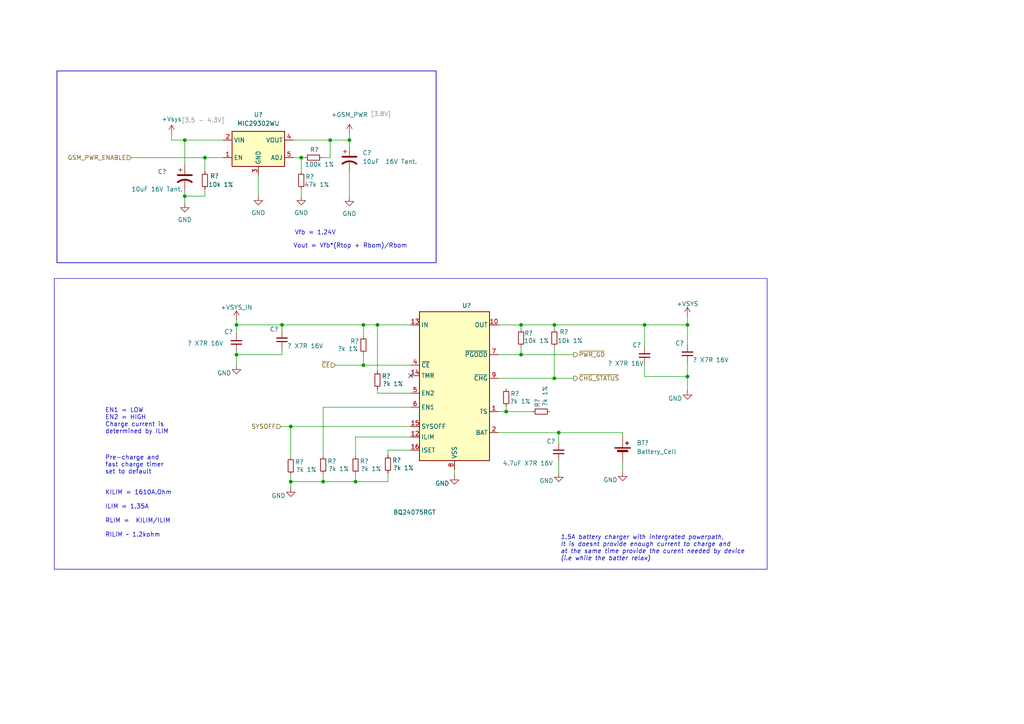
<source format=kicad_sch>
(kicad_sch (version 20231120) (generator "eeschema") (generator_version "8.0")
  (paper "A4")
  (lib_symbols
    (symbol "Battery_Management:BQ24075RGT"
      (property "Reference" "U?" (at 2.1941 18.034 0))
      (property "Value" "BQ24075RGT" (at -15.494 -30.226 0))
      (symbol "BQ24075RGT_0_1"
        (rectangle (start -10.16 16.256) (end 10.16 -26.924) (stroke (width 0.254)) (fill (type background)))
      )
      (symbol "BQ24075RGT_1_1"
        (pin passive line (at 12.7 -12.7 180) (length 2.54) (name "TS") (number "1"))
        (pin power_out line (at 12.7 12.446 180) (length 2.54) (name "OUT") (number "10"))
        (pin passive line (at 12.7 12.446 180) (length 2.54) hide (name "OUT") (number "11"))
        (pin passive line (at -12.7 -20.066 0) (length 2.54) (name "ILIM") (number "12"))
        (pin power_in line (at -12.7 12.446 0) (length 2.54) (name "IN") (number "13"))
        (pin input line (at -12.7 -2.286 0) (length 2.54) (name "TMR") (number "14"))
        (pin input line (at -12.7 -17.018 0) (length 2.54) (name "SYSOFF") (number "15"))
        (pin passive line (at -12.7 -23.876 0) (length 2.54) (name "ISET") (number "16"))
        (pin passive line (at 0 -29.464 90) (length 2.54) hide (name "VSS") (number "17"))
        (pin power_out line (at 12.7 -18.796 180) (length 2.54) (name "BAT") (number "2"))
        (pin passive line (at 12.7 -18.796 180) (length 2.54) hide (name "BAT") (number "3"))
        (pin input line (at -12.7 0.762 0) (length 2.54) (name "~{CE}") (number "4"))
        (pin input line (at -12.7 -7.366 0) (length 2.54) (name "EN2") (number "5"))
        (pin input line (at -12.7 -11.43 0) (length 2.54) (name "EN1") (number "6"))
        (pin open_collector line (at 12.7 3.81 180) (length 2.54) (name "~{PGOOD}") (number "7"))
        (pin power_in line (at 0 -29.464 90) (length 2.54) (name "VSS") (number "8"))
        (pin open_collector line (at 12.7 -3.048 180) (length 2.54) (name "~{CHG}") (number "9"))
      )
    )
    (symbol "Device:Battery_Cell" (pin_numbers hide) (pin_names (offset 0) hide)
      (property "Reference" "BT" (at 2.54 2.54 0))
      (property "Value" "Battery_Cell" (at 2.54 0 0))
      (symbol "Battery_Cell_0_1"
        (rectangle (start -2.286 1.778) (end 2.286 1.524) (fill (type outline)))
        (rectangle (start -1.524 1.016) (end 1.524 0.508) (fill (type outline)))
        (polyline (pts (xy 0 0.762) (xy 0 0)))
        (polyline (pts (xy 0 1.778) (xy 0 2.54)))
        (polyline (pts (xy 0.762 3.048) (xy 1.778 3.048)) (stroke (width 0.254)))
        (polyline (pts (xy 1.27 3.556) (xy 1.27 2.54)) (stroke (width 0.254)))
      )
      (symbol "Battery_Cell_1_1"
        (pin passive line (at 0 5.08 270) (length 2.54) (name "+") (number "1"))
        (pin passive line (at 0 -2.54 90) (length 2.54) (name "-") (number "2"))
      )
    )
    (symbol "Device:C_Polarized_US" (pin_numbers hide) (pin_names (offset 0.254) hide)
      (property "Reference" "C" (at 0.635 2.54 0))
      (property "Value" "C_Polarized_US" (at 0.635 -2.54 0))
      (symbol "C_Polarized_US_0_1"
        (polyline (pts (xy -2.032 0.762) (xy 2.032 0.762)) (stroke (width 0.508)))
        (polyline (pts (xy -1.778 2.286) (xy -0.762 2.286)))
        (polyline (pts (xy -1.27 1.778) (xy -1.27 2.794)))
        (arc (start 2.032 -1.27) (mid 0 -0.5572) (end -2.032 -1.27) (stroke (width 0.508)))
      )
      (symbol "C_Polarized_US_1_1"
        (pin passive line (at 0 3.81 270) (length 2.794) (name "~") (number "1"))
        (pin passive line (at 0 -3.81 90) (length 3.302) (name "~") (number "2"))
      )
    )
    (symbol "Device:C_Small" (pin_numbers hide) (pin_names (offset 0.254) hide)
      (property "Reference" "C" (at 0.254 1.778 0))
      (property "Value" "C_Small" (at 0.254 -2.032 0))
      (symbol "C_Small_0_1"
        (polyline (pts (xy -1.524 -0.508) (xy 1.524 -0.508)) (stroke (width 0.3302)))
        (polyline (pts (xy -1.524 0.508) (xy 1.524 0.508)) (stroke (width 0.3048)))
      )
      (symbol "C_Small_1_1"
        (pin passive line (at 0 2.54 270) (length 2.032) (name "~") (number "1"))
        (pin passive line (at 0 -2.54 90) (length 2.032) (name "~") (number "2"))
      )
    )
    (symbol "Device:R_Small" (pin_numbers hide) (pin_names (offset 0.254) hide)
      (property "Reference" "R" (at 0.762 0.508 0))
      (property "Value" "R_Small" (at 0.762 -1.016 0))
      (symbol "R_Small_0_1"
        (rectangle (start -0.762 1.778) (end 0.762 -1.778) (stroke (width 0.2032)))
      )
      (symbol "R_Small_1_1"
        (pin passive line (at 0 2.54 270) (length 0.762) (name "~") (number "1"))
        (pin passive line (at 0 -2.54 90) (length 0.762) (name "~") (number "2"))
      )
    )
    (symbol "Regulator_Linear:MIC29302WU"
      (property "Reference" "U" (at -6.35 6.35 0))
      (property "Value" "MIC29302WU" (at 2.54 6.35 0))
      (symbol "MIC29302WU_1_1"
        (rectangle (start -7.62 5.08) (end 7.62 -5.08) (stroke (width 0.254)) (fill (type background)))
        (pin input line (at -10.16 -2.54 0) (length 2.54) (name "EN") (number "1"))
        (pin power_in line (at -10.16 2.54 0) (length 2.54) (name "VIN") (number "2"))
        (pin power_in line (at 0 -7.62 90) (length 2.54) (name "GND") (number "3"))
        (pin power_out line (at 10.16 2.54 180) (length 2.54) (name "VOUT") (number "4"))
        (pin input line (at 10.16 -2.54 180) (length 2.54) (name "ADJ") (number "5"))
      )
    )
    (symbol "power:GND" (power) (pin_numbers hide) (pin_names (offset 0) hide)
      (property "Value" "GND" (at 0 -3.81 0))
      (symbol "GND_0_1"
        (polyline (pts (xy 0 0) (xy 0 -1.27) (xy 1.27 -1.27) (xy 0 -2.54) (xy -1.27 -1.27) (xy 0 -1.27)))
      )
      (symbol "GND_1_1"
        (pin power_in line (at 0 0 270) (length 0) (name "~") (number "1"))
      )
    )
    (symbol "power:VCC" (power) (pin_numbers hide) (pin_names (offset 0) hide)
      (property "Value" "VCC" (at 0 3.556 0))
      (symbol "VCC_0_1"
        (polyline (pts (xy -0.762 1.27) (xy 0 2.54)))
        (polyline (pts (xy 0 0) (xy 0 2.54)))
        (polyline (pts (xy 0 2.54) (xy 0.762 1.27)))
      )
      (symbol "VCC_1_1"
        (pin power_in line (at 0 0 90) (length 0) (name "~") (number "1"))
      )
    )
  )
  (junction (at 68.58 94.234))
  (junction (at 68.58 102.87))
  (junction (at 101.346 40.64))
  (junction (at 151.13 102.87))
  (junction (at 105.41 105.918))
  (junction (at 84.328 123.698))
  (junction (at 151.13 94.234))
  (junction (at 95.758 40.64))
  (junction (at 87.376 45.72))
  (junction (at 84.328 139.7))
  (junction (at 186.944 94.234))
  (junction (at 53.594 56.896))
  (junction (at 53.594 40.64))
  (junction (at 103.124 139.7))
  (junction (at 146.812 119.38))
  (junction (at 109.474 94.234))
  (junction (at 160.782 109.728))
  (junction (at 59.436 45.72))
  (junction (at 199.39 94.234))
  (junction (at 105.41 94.234))
  (junction (at 160.782 94.234))
  (junction (at 199.39 109.22))
  (junction (at 162.052 125.476))
  (junction (at 81.788 94.234))
  (junction (at 93.726 139.7))
  (no_connect (at 119.126 108.966))
  (wire (pts (xy 144.526 125.476) (xy 162.052 125.476)))
  (wire (pts (xy 105.41 94.234) (xy 109.474 94.234)))
  (wire (pts (xy 162.052 137.16) (xy 162.052 133.604)))
  (wire (pts (xy 199.39 91.694) (xy 199.39 94.234)))
  (wire (pts (xy 112.522 139.7) (xy 112.522 137.16)))
  (wire (pts (xy 84.328 139.7) (xy 93.726 139.7)))
  (wire (pts (xy 68.58 102.87) (xy 81.788 102.87)))
  (wire (pts (xy 109.474 114.046) (xy 109.474 112.776)))
  (wire (pts (xy 84.328 123.698) (xy 119.126 123.698)))
  (wire (pts (xy 95.758 45.72) (xy 95.758 40.64)))
  (wire (pts (xy 84.328 139.7) (xy 84.328 137.668)))
  (wire (pts (xy 180.594 125.476) (xy 162.052 125.476)))
  (wire (pts (xy 144.526 109.728) (xy 160.782 109.728)))
  (wire (pts (xy 81.788 101.092) (xy 81.788 102.87)))
  (wire (pts (xy 53.594 40.64) (xy 53.594 47.752)))
  (wire (pts (xy 103.124 126.746) (xy 103.124 132.334)))
  (wire (pts (xy 87.376 54.864) (xy 87.376 56.896)))
  (wire (pts (xy 112.522 130.556) (xy 119.126 130.556)))
  (wire (pts (xy 186.944 109.22) (xy 199.39 109.22)))
  (wire (pts (xy 131.826 137.922) (xy 131.826 136.144)))
  (wire (pts (xy 151.13 102.87) (xy 166.37 102.87)))
  (wire (pts (xy 144.526 94.234) (xy 151.13 94.234)))
  (wire (pts (xy 68.58 92.71) (xy 68.58 94.234)))
  (wire (pts (xy 68.58 96.774) (xy 68.58 94.234)))
  (wire (pts (xy 180.594 126.492) (xy 180.594 125.476)))
  (wire (pts (xy 64.77 40.64) (xy 53.594 40.64)))
  (wire (pts (xy 88.392 45.72) (xy 87.376 45.72)))
  (wire (pts (xy 199.39 109.22) (xy 199.39 113.284)))
  (wire (pts (xy 144.526 102.87) (xy 151.13 102.87)))
  (wire (pts (xy 146.812 119.38) (xy 154.432 119.38)))
  (wire (pts (xy 101.346 50.038) (xy 101.346 57.15)))
  (wire (pts (xy 68.58 102.87) (xy 68.58 101.854)))
  (wire (pts (xy 112.522 132.08) (xy 112.522 130.556)))
  (wire (pts (xy 119.126 114.046) (xy 109.474 114.046)))
  (wire (pts (xy 151.13 94.234) (xy 160.782 94.234)))
  (wire (pts (xy 81.788 94.234) (xy 105.41 94.234)))
  (wire (pts (xy 160.782 109.728) (xy 160.782 100.584)))
  (wire (pts (xy 105.41 97.536) (xy 105.41 94.234)))
  (wire (pts (xy 93.726 118.11) (xy 119.126 118.11)))
  (wire (pts (xy 180.594 136.906) (xy 180.594 134.112)))
  (wire (pts (xy 103.124 137.414) (xy 103.124 139.7)))
  (wire (pts (xy 199.39 105.156) (xy 199.39 109.22)))
  (wire (pts (xy 97.282 105.918) (xy 105.41 105.918)))
  (wire (pts (xy 49.784 40.64) (xy 53.594 40.64)))
  (wire (pts (xy 101.346 38.608) (xy 101.346 40.64)))
  (wire (pts (xy 93.726 132.334) (xy 93.726 118.11)))
  (wire (pts (xy 186.944 105.664) (xy 186.944 109.22)))
  (wire (pts (xy 101.346 40.64) (xy 101.346 42.418)))
  (wire (pts (xy 68.58 105.918) (xy 68.58 102.87)))
  (wire (pts (xy 53.594 58.928) (xy 53.594 56.896)))
  (wire (pts (xy 68.58 94.234) (xy 81.788 94.234)))
  (wire (pts (xy 38.1 45.72) (xy 59.436 45.72)))
  (wire (pts (xy 160.782 94.234) (xy 160.782 95.504)))
  (wire (pts (xy 162.052 125.476) (xy 162.052 128.524)))
  (wire (pts (xy 95.758 40.64) (xy 101.346 40.64)))
  (wire (pts (xy 84.328 132.588) (xy 84.328 123.698)))
  (wire (pts (xy 59.436 45.72) (xy 59.436 49.784)))
  (wire (pts (xy 109.474 94.234) (xy 119.126 94.234)))
  (wire (pts (xy 151.13 94.234) (xy 151.13 95.504)))
  (wire (pts (xy 146.812 117.856) (xy 146.812 119.38)))
  (wire (pts (xy 74.93 50.8) (xy 74.93 56.896)))
  (wire (pts (xy 160.782 94.234) (xy 186.944 94.234)))
  (wire (pts (xy 109.474 94.234) (xy 109.474 107.696)))
  (wire (pts (xy 87.376 45.72) (xy 85.09 45.72)))
  (wire (pts (xy 59.436 54.864) (xy 59.436 56.896)))
  (wire (pts (xy 53.594 56.896) (xy 59.436 56.896)))
  (wire (pts (xy 59.436 45.72) (xy 64.77 45.72)))
  (wire (pts (xy 81.534 123.698) (xy 84.328 123.698)))
  (wire (pts (xy 85.09 40.64) (xy 95.758 40.64)))
  (wire (pts (xy 84.328 141.478) (xy 84.328 139.7)))
  (wire (pts (xy 112.522 139.7) (xy 103.124 139.7)))
  (wire (pts (xy 49.784 40.64) (xy 49.784 38.862)))
  (wire (pts (xy 105.41 102.616) (xy 105.41 105.918)))
  (wire (pts (xy 144.526 119.38) (xy 146.812 119.38)))
  (wire (pts (xy 186.944 94.234) (xy 199.39 94.234)))
  (wire (pts (xy 87.376 45.72) (xy 87.376 49.784)))
  (wire (pts (xy 93.726 139.7) (xy 103.124 139.7)))
  (wire (pts (xy 103.124 126.746) (xy 119.126 126.746)))
  (wire (pts (xy 199.39 100.076) (xy 199.39 94.234)))
  (wire (pts (xy 81.788 96.012) (xy 81.788 94.234)))
  (wire (pts (xy 186.944 94.234) (xy 186.944 100.584)))
  (wire (pts (xy 160.782 109.728) (xy 166.37 109.728)))
  (wire (pts (xy 53.594 56.896) (xy 53.594 55.372)))
  (wire (pts (xy 93.472 45.72) (xy 95.758 45.72)))
  (wire (pts (xy 93.726 137.414) (xy 93.726 139.7)))
  (wire (pts (xy 151.13 102.87) (xy 151.13 100.584)))
  (wire (pts (xy 105.41 105.918) (xy 119.126 105.918)))
  (rectangle (start 15.748 80.772) (end 222.504 165.1))
  (rectangle (start 16.51 20.574) (end 126.492 76.2) (stroke (width 0.2)))
  (text "1.5A battery charger with intergrated powerpath,\nIt is doesnt provide enough current to charge and \nat the same time provide the curent needed by device \n(i.e while the batter relax)" (at 162.56 159.004 0) (effects (font (size 1.27 1.27) (italic yes)) (justify left)))
  (text "Vout = Vfb*(Rtop + Rbom)/Rbom\n" (at 101.6 71.374 0) (effects (font (size 1.27 1.27))))
  (text "Vfb = 1.24V" (at 91.44 67.564 0) (effects (font (size 1.27 1.27))))
  (text "Pre-charge and \nfast charge timer\nset to default" (at 30.48 134.874 0) (effects (font (size 1.27 1.27)) (justify left)))
  (text "[3.8V]" (at 110.49 33.274 0) (effects (font (size 1.27 1.27))))
  (text "[3.5 - 4.3V]" (at 58.8964 35.1039 0) (effects (font (size 1.27 1.27))))
  (text "EN1 = LOW\nEN2 = HIGH\nCharge current is \ndetermined by ILIM" (at 30.48 122.174 0) (effects (font (size 1.27 1.27)) (justify left)))
  (text "KILIM = 1610A.Ohm\n\nILIM = 1.35A\n\nRLIM =  KILIM/ILIM\n\nRILIM ~ 1.2kohm\n\n" (at 30.48 150.114 0) (effects (font (size 1.27 1.27)) (justify left)))
  (hierarchical_label "~{CE}" (shape input) (at 97.282 105.918 180))
  (hierarchical_label "GSM_PWR_ENABLE" (shape input) (at 38.1 45.72 180))
  (hierarchical_label "SYSOFF" (shape input) (at 81.534 123.698 180))
  (hierarchical_label "~{CHG_STATUS}" (shape output) (at 166.37 109.728 0))
  (hierarchical_label "~{PWR_GD}" (shape output) (at 166.37 102.87 0))
  (symbol (lib_id "power:GND") (at 74.93 56.896 0) (unit 1)
    (property "Reference" "#PWR03" (effects (hide yes)))
    (property "Value" "GND" (at 74.93 61.722 0))
    (property "Description" "Power symbol creates a global label with name \"GND\" , ground" (effects (hide yes)))
  )
  (symbol (lib_id "Battery_Management:BQ24075RGT") (at 131.826 106.68 0) (unit 1)
    (property "Reference" "U?" (at 134.0201 88.646 0) (effects (justify left)))
    (property "Value" "BQ24075RGT" (at 114.046 148.59 0) (effects (justify left)))
    (property "Footprint" "Package_DFN_QFN:VQFN-16-1EP_3x3mm_P0.5mm_EP1.6x1.6mm" (effects (hide yes)))
    (property "Datasheet" "http://www.ti.com/lit/ds/symlink/bq24075.pdf" (effects (hide yes)))
    (property "Description" "USB-Friendly Li-Ion Battery Charger and Power-Path Management, VQFN-16" (effects (hide yes)))
  )
  (symbol (lib_id "Device:R_Small") (at 109.474 110.236 0) (mirror y) (unit 1)
    (property "Reference" "R?" (at 112.0035 109.1091 0))
    (property "Value" "?k 1%" (at 113.9654 111.3325 0))
    (property "Description" "Resistor, small symbol" (effects (hide yes)))
  )
  (symbol (lib_id "Device:R_Small") (at 93.726 134.874 0) (mirror y) (unit 1)
    (property "Reference" "R?" (at 96.2555 133.7471 0))
    (property "Value" "?k 1%" (at 98.2174 135.9705 0))
    (property "Description" "Resistor, small symbol" (effects (hide yes)))
  )
  (symbol (lib_id "Device:R_Small") (at 59.436 52.324 180) (unit 1)
    (property "Reference" "R?" (at 62.23 51.054 0))
    (property "Value" "10k 1%" (at 64.0555 53.5382 0))
    (property "Description" "Resistor, small symbol" (effects (hide yes)))
  )
  (symbol (lib_id "Device:R_Small") (at 90.932 45.72 270) (unit 1)
    (property "Reference" "R?" (at 91.186 43.434 90))
    (property "Value" "100k 1%" (at 92.6652 47.7072 90))
    (property "Description" "Resistor, small symbol" (effects (hide yes)))
  )
  (symbol (lib_id "Device:R_Small") (at 87.376 52.324 180) (unit 1)
    (property "Reference" "R?" (at 89.8586 51.2766 0))
    (property "Value" "47k 1%" (at 91.875 53.5382 0))
    (property "Description" "Resistor, small symbol" (effects (hide yes)))
  )
  (symbol (lib_id "Device:C_Polarized_US") (at 101.346 46.228 0) (unit 1)
    (property "Reference" "C?" (at 105.156 44.3229 0) (effects (justify left)))
    (property "Value" "10uF  16V Tant." (at 105.156 46.8629 0) (effects (justify left)))
    (property "Description" "Polarized capacitor, US symbol" (effects (hide yes)))
  )
  (symbol (lib_id "Device:C_Small") (at 162.052 131.064 180) (unit 1)
    (property "Reference" "C?" (at 158.496 128.016 0) (effects (justify right)))
    (property "Value" "4.7uF X7R 16V" (at 145.796 134.366 0) (effects (justify right)))
    (property "Description" "Unpolarized capacitor, small symbol" (effects (hide yes)))
  )
  (symbol (lib_id "power:GND") (at 53.594 58.928 0) (unit 1)
    (property "Reference" "#PWR07" (effects (hide yes)))
    (property "Value" "GND" (at 53.594 63.754 0))
    (property "Description" "Power symbol creates a global label with name \"GND\" , ground" (effects (hide yes)))
  )
  (symbol (lib_id "Device:C_Polarized_US") (at 53.594 51.562 0) (unit 1)
    (property "Reference" "C?" (at 45.72 49.784 0) (effects (justify left)))
    (property "Value" "10uF 16V Tant." (at 38.1 54.864 0) (effects (justify left)))
    (property "Description" "Polarized capacitor, US symbol" (effects (hide yes)))
  )
  (symbol (lib_id "Device:C_Small") (at 81.788 98.552 180) (unit 1)
    (property "Reference" "C?" (at 78.232 95.504 0) (effects (justify right)))
    (property "Value" "? X7R 16V" (at 83.312 100.33 0) (effects (justify right)))
    (property "Description" "Unpolarized capacitor, small symbol" (effects (hide yes)))
  )
  (symbol (lib_id "Device:C_Small") (at 199.39 102.616 180) (unit 1)
    (property "Reference" "C?" (at 195.834 99.568 0) (effects (justify right)))
    (property "Value" "? X7R 16V" (at 200.914 104.394 0) (effects (justify right)))
    (property "Description" "Unpolarized capacitor, small symbol" (effects (hide yes)))
  )
  (symbol (lib_id "power:VCC") (at 101.346 38.608 0) (unit 1)
    (property "Reference" "#PWR01" (effects (hide yes)))
    (property "Value" "+GSM_PWR" (at 101.346 33.274 0))
    (property "Description" "Power symbol creates a global label with name \"VCC\"" (effects (hide yes)))
  )
  (symbol (lib_id "Device:R_Small") (at 105.41 100.076 0) (unit 1)
    (property "Reference" "R?" (at 102.8805 98.9491 0))
    (property "Value" "?k 1%" (at 100.9186 101.1725 0))
    (property "Description" "Resistor, small symbol" (effects (hide yes)))
  )
  (symbol (lib_id "power:GND") (at 180.594 136.906 0) (unit 1)
    (property "Reference" "#PWR089" (effects (hide yes)))
    (property "Value" "GND" (at 177.038 139.192 0))
    (property "Description" "Power symbol creates a global label with name \"GND\" , ground" (effects (hide yes)))
  )
  (symbol (lib_id "Device:R_Small") (at 156.972 119.38 90) (mirror x) (unit 1)
    (property "Reference" "R?" (at 155.8451 116.8505 0))
    (property "Value" "?k 1%" (at 158.0685 114.8886 0))
    (property "Description" "Resistor, small symbol" (effects (hide yes)))
  )
  (symbol (lib_id "power:GND") (at 84.328 141.478 0) (unit 1)
    (property "Reference" "#PWR092" (effects (hide yes)))
    (property "Value" "GND" (at 80.772 143.764 0))
    (property "Description" "Power symbol creates a global label with name \"GND\" , ground" (effects (hide yes)))
  )
  (symbol (lib_id "Device:Battery_Cell") (at 180.594 131.572 0) (unit 1)
    (property "Reference" "BT?" (at 184.658 128.4604 0) (effects (justify left)))
    (property "Value" "Battery_Cell" (at 184.658 131.0004 0) (effects (justify left)))
    (property "Description" "Single-cell battery" (effects (hide yes)))
  )
  (symbol (lib_id "Device:R_Small") (at 160.782 98.044 0) (mirror y) (unit 1)
    (property "Reference" "R?" (at 163.576 96.266 0))
    (property "Value" "10k 1%" (at 165.354 98.806 0))
    (property "Description" "Resistor, small symbol" (effects (hide yes)))
  )
  (symbol (lib_id "Device:R_Small") (at 112.522 134.62 0) (mirror y) (unit 1)
    (property "Reference" "R?" (at 115.0515 133.4931 0))
    (property "Value" "?k 1%" (at 117.0134 135.7165 0))
    (property "Description" "Resistor, small symbol" (effects (hide yes)))
  )
  (symbol (lib_id "power:VCC") (at 49.784 38.862 0) (unit 1)
    (property "Reference" "#PWR02" (effects (hide yes)))
    (property "Value" "+Vsys" (at 49.784 34.544 0))
    (property "Description" "Power symbol creates a global label with name \"VCC\"" (effects (hide yes)))
  )
  (symbol (lib_id "power:VCC") (at 68.58 92.71 0) (unit 1)
    (property "Reference" "#PWR086" (effects (hide yes)))
    (property "Value" "+VSYS_IN" (at 68.58 89.154 0))
    (property "Description" "Power symbol creates a global label with name \"VCC\"" (effects (hide yes)))
  )
  (symbol (lib_id "Device:R_Small") (at 103.124 134.874 0) (mirror y) (unit 1)
    (property "Reference" "R?" (at 105.6535 133.7471 0))
    (property "Value" "?k 1%" (at 107.6154 135.9705 0))
    (property "Description" "Resistor, small symbol" (effects (hide yes)))
  )
  (symbol (lib_id "Device:R_Small") (at 84.328 135.128 0) (mirror y) (unit 1)
    (property "Reference" "R?" (at 86.8575 134.0011 0))
    (property "Value" "?k 1%" (at 88.8194 136.2245 0))
    (property "Description" "Resistor, small symbol" (effects (hide yes)))
  )
  (symbol (lib_id "Device:C_Small") (at 186.944 103.124 180) (unit 1)
    (property "Reference" "C?" (at 183.388 100.076 0) (effects (justify right)))
    (property "Value" "? X7R 16V" (at 176.276 105.41 0) (effects (justify right)))
    (property "Description" "Unpolarized capacitor, small symbol" (effects (hide yes)))
  )
  (symbol (lib_id "power:GND") (at 131.826 137.922 0) (unit 1)
    (property "Reference" "#PWR091" (effects (hide yes)))
    (property "Value" "GND" (at 128.27 140.208 0))
    (property "Description" "Power symbol creates a global label with name \"GND\" , ground" (effects (hide yes)))
  )
  (symbol (lib_id "power:GND") (at 162.052 137.16 0) (unit 1)
    (property "Reference" "#PWR090" (effects (hide yes)))
    (property "Value" "GND" (at 158.496 139.446 0))
    (property "Description" "Power symbol creates a global label with name \"GND\" , ground" (effects (hide yes)))
  )
  (symbol (lib_id "power:GND") (at 199.39 113.284 0) (unit 1)
    (property "Reference" "#PWR088" (effects (hide yes)))
    (property "Value" "GND" (at 195.834 115.57 0))
    (property "Description" "Power symbol creates a global label with name \"GND\" , ground" (effects (hide yes)))
  )
  (symbol (lib_id "Device:R_Small") (at 146.812 115.316 0) (mirror y) (unit 1)
    (property "Reference" "R?" (at 149.3415 114.1891 0))
    (property "Value" "?k 1%" (at 150.9018 116.4254 0))
    (property "Description" "Resistor, small symbol" (effects (hide yes)))
  )
  (symbol (lib_id "Device:R_Small") (at 151.13 98.044 0) (mirror y) (unit 1)
    (property "Reference" "R?" (at 153.3051 96.673 0))
    (property "Value" "10k 1%" (at 155.6266 98.8311 0))
    (property "Description" "Resistor, small symbol" (effects (hide yes)))
  )
  (symbol (lib_id "power:GND") (at 101.346 57.15 0) (unit 1)
    (property "Reference" "#PWR06" (effects (hide yes)))
    (property "Value" "GND" (at 101.346 61.976 0))
    (property "Description" "Power symbol creates a global label with name \"GND\" , ground" (effects (hide yes)))
  )
  (symbol (lib_id "power:GND") (at 87.376 56.896 0) (unit 1)
    (property "Reference" "#PWR05" (effects (hide yes)))
    (property "Value" "GND" (at 87.376 61.722 0))
    (property "Description" "Power symbol creates a global label with name \"GND\" , ground" (effects (hide yes)))
  )
  (symbol (lib_id "Device:C_Small") (at 68.58 99.314 180) (unit 1)
    (property "Reference" "C?" (at 65.024 96.266 0) (effects (justify right)))
    (property "Value" "? X7R 16V" (at 54.356 99.568 0) (effects (justify right)))
    (property "Description" "Unpolarized capacitor, small symbol" (effects (hide yes)))
  )
  (symbol (lib_id "Regulator_Linear:MIC29302WU") (at 74.93 43.18 0) (unit 1)
    (property "Reference" "U?" (at 74.93 33.274 0))
    (property "Value" "MIC29302WU" (at 74.93 35.814 0))
    (property "Footprint" "Package_TO_SOT_SMD:TO-263-5_TabPin3" (effects (hide yes)))
    (property "Datasheet" "http://ww1.microchip.com/downloads/en/devicedoc/20005685a.pdf" (effects (hide yes)))
    (property "Description" "3A low dropout linear regulator, adjustable output, TO-263" (effects (hide yes)))
  )
  (symbol (lib_id "power:GND") (at 68.58 105.918 0) (unit 1)
    (property "Reference" "#PWR087" (effects (hide yes)))
    (property "Value" "GND" (at 65.024 108.204 0))
    (property "Description" "Power symbol creates a global label with name \"GND\" , ground" (effects (hide yes)))
  )
  (symbol (lib_id "power:VCC") (at 199.39 91.694 0) (unit 1)
    (property "Reference" "#PWR085" (effects (hide yes)))
    (property "Value" "+VSYS" (at 199.39 88.138 0))
    (property "Description" "Power symbol creates a global label with name \"VCC\"" (effects (hide yes)))
  )
)
</source>
